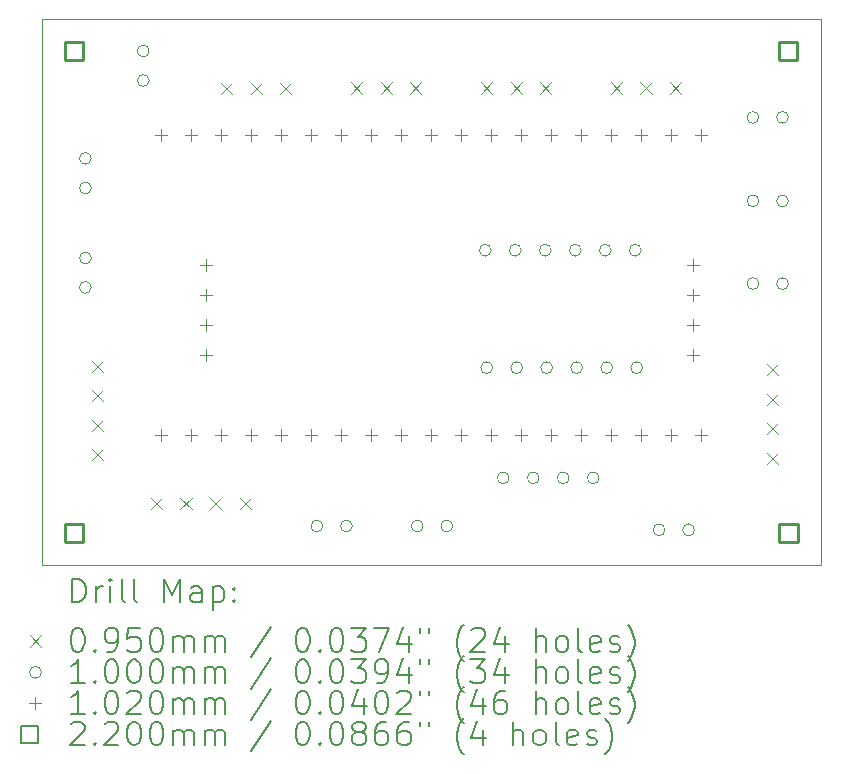
<source format=gbr>
%TF.GenerationSoftware,KiCad,Pcbnew,8.0.4*%
%TF.CreationDate,2024-08-29T12:49:35+07:00*%
%TF.ProjectId,ESP32,45535033-322e-46b6-9963-61645f706362,rev?*%
%TF.SameCoordinates,Original*%
%TF.FileFunction,Drillmap*%
%TF.FilePolarity,Positive*%
%FSLAX45Y45*%
G04 Gerber Fmt 4.5, Leading zero omitted, Abs format (unit mm)*
G04 Created by KiCad (PCBNEW 8.0.4) date 2024-08-29 12:49:35*
%MOMM*%
%LPD*%
G01*
G04 APERTURE LIST*
%ADD10C,0.050000*%
%ADD11C,0.200000*%
%ADD12C,0.100000*%
%ADD13C,0.102000*%
%ADD14C,0.220000*%
G04 APERTURE END LIST*
D10*
X3430000Y-6161250D02*
X10025000Y-6161250D01*
X10025000Y-10788750D01*
X3430000Y-10788750D01*
X3430000Y-6161250D01*
D11*
D12*
X3853250Y-9057500D02*
X3948250Y-9152500D01*
X3948250Y-9057500D02*
X3853250Y-9152500D01*
X3853250Y-9307500D02*
X3948250Y-9402500D01*
X3948250Y-9307500D02*
X3853250Y-9402500D01*
X3853250Y-9557500D02*
X3948250Y-9652500D01*
X3948250Y-9557500D02*
X3853250Y-9652500D01*
X3853250Y-9807500D02*
X3948250Y-9902500D01*
X3948250Y-9807500D02*
X3853250Y-9902500D01*
X4355000Y-10216750D02*
X4450000Y-10311750D01*
X4450000Y-10216750D02*
X4355000Y-10311750D01*
X4605000Y-10216750D02*
X4700000Y-10311750D01*
X4700000Y-10216750D02*
X4605000Y-10311750D01*
X4855000Y-10216750D02*
X4950000Y-10311750D01*
X4950000Y-10216750D02*
X4855000Y-10311750D01*
X4950000Y-6703250D02*
X5045000Y-6798250D01*
X5045000Y-6703250D02*
X4950000Y-6798250D01*
X5105000Y-10216750D02*
X5200000Y-10311750D01*
X5200000Y-10216750D02*
X5105000Y-10311750D01*
X5200000Y-6703250D02*
X5295000Y-6798250D01*
X5295000Y-6703250D02*
X5200000Y-6798250D01*
X5450000Y-6703250D02*
X5545000Y-6798250D01*
X5545000Y-6703250D02*
X5450000Y-6798250D01*
X6050000Y-6700750D02*
X6145000Y-6795750D01*
X6145000Y-6700750D02*
X6050000Y-6795750D01*
X6300000Y-6700750D02*
X6395000Y-6795750D01*
X6395000Y-6700750D02*
X6300000Y-6795750D01*
X6550000Y-6700750D02*
X6645000Y-6795750D01*
X6645000Y-6700750D02*
X6550000Y-6795750D01*
X7150000Y-6700750D02*
X7245000Y-6795750D01*
X7245000Y-6700750D02*
X7150000Y-6795750D01*
X7400000Y-6700750D02*
X7495000Y-6795750D01*
X7495000Y-6700750D02*
X7400000Y-6795750D01*
X7650000Y-6700750D02*
X7745000Y-6795750D01*
X7745000Y-6700750D02*
X7650000Y-6795750D01*
X8250000Y-6700750D02*
X8345000Y-6795750D01*
X8345000Y-6700750D02*
X8250000Y-6795750D01*
X8500000Y-6700750D02*
X8595000Y-6795750D01*
X8595000Y-6700750D02*
X8500000Y-6795750D01*
X8750000Y-6700750D02*
X8845000Y-6795750D01*
X8845000Y-6700750D02*
X8750000Y-6795750D01*
X9572500Y-9087500D02*
X9667500Y-9182500D01*
X9667500Y-9087500D02*
X9572500Y-9182500D01*
X9572500Y-9337500D02*
X9667500Y-9432500D01*
X9667500Y-9337500D02*
X9572500Y-9432500D01*
X9572500Y-9587500D02*
X9667500Y-9682500D01*
X9667500Y-9587500D02*
X9572500Y-9682500D01*
X9572500Y-9837500D02*
X9667500Y-9932500D01*
X9667500Y-9837500D02*
X9572500Y-9932500D01*
X3850000Y-7345000D02*
G75*
G02*
X3750000Y-7345000I-50000J0D01*
G01*
X3750000Y-7345000D02*
G75*
G02*
X3850000Y-7345000I50000J0D01*
G01*
X3850000Y-7595000D02*
G75*
G02*
X3750000Y-7595000I-50000J0D01*
G01*
X3750000Y-7595000D02*
G75*
G02*
X3850000Y-7595000I50000J0D01*
G01*
X3850000Y-8187500D02*
G75*
G02*
X3750000Y-8187500I-50000J0D01*
G01*
X3750000Y-8187500D02*
G75*
G02*
X3850000Y-8187500I50000J0D01*
G01*
X3850000Y-8437500D02*
G75*
G02*
X3750000Y-8437500I-50000J0D01*
G01*
X3750000Y-8437500D02*
G75*
G02*
X3850000Y-8437500I50000J0D01*
G01*
X4340000Y-6435750D02*
G75*
G02*
X4240000Y-6435750I-50000J0D01*
G01*
X4240000Y-6435750D02*
G75*
G02*
X4340000Y-6435750I50000J0D01*
G01*
X4340000Y-6685750D02*
G75*
G02*
X4240000Y-6685750I-50000J0D01*
G01*
X4240000Y-6685750D02*
G75*
G02*
X4340000Y-6685750I50000J0D01*
G01*
X5810000Y-10457500D02*
G75*
G02*
X5710000Y-10457500I-50000J0D01*
G01*
X5710000Y-10457500D02*
G75*
G02*
X5810000Y-10457500I50000J0D01*
G01*
X6060000Y-10457500D02*
G75*
G02*
X5960000Y-10457500I-50000J0D01*
G01*
X5960000Y-10457500D02*
G75*
G02*
X6060000Y-10457500I50000J0D01*
G01*
X6660000Y-10457500D02*
G75*
G02*
X6560000Y-10457500I-50000J0D01*
G01*
X6560000Y-10457500D02*
G75*
G02*
X6660000Y-10457500I50000J0D01*
G01*
X6910000Y-10457500D02*
G75*
G02*
X6810000Y-10457500I-50000J0D01*
G01*
X6810000Y-10457500D02*
G75*
G02*
X6910000Y-10457500I50000J0D01*
G01*
X7235500Y-8122500D02*
G75*
G02*
X7135500Y-8122500I-50000J0D01*
G01*
X7135500Y-8122500D02*
G75*
G02*
X7235500Y-8122500I50000J0D01*
G01*
X7247500Y-9117500D02*
G75*
G02*
X7147500Y-9117500I-50000J0D01*
G01*
X7147500Y-9117500D02*
G75*
G02*
X7247500Y-9117500I50000J0D01*
G01*
X7388000Y-10050000D02*
G75*
G02*
X7288000Y-10050000I-50000J0D01*
G01*
X7288000Y-10050000D02*
G75*
G02*
X7388000Y-10050000I50000J0D01*
G01*
X7489500Y-8122500D02*
G75*
G02*
X7389500Y-8122500I-50000J0D01*
G01*
X7389500Y-8122500D02*
G75*
G02*
X7489500Y-8122500I50000J0D01*
G01*
X7501500Y-9117500D02*
G75*
G02*
X7401500Y-9117500I-50000J0D01*
G01*
X7401500Y-9117500D02*
G75*
G02*
X7501500Y-9117500I50000J0D01*
G01*
X7642000Y-10050000D02*
G75*
G02*
X7542000Y-10050000I-50000J0D01*
G01*
X7542000Y-10050000D02*
G75*
G02*
X7642000Y-10050000I50000J0D01*
G01*
X7743500Y-8122500D02*
G75*
G02*
X7643500Y-8122500I-50000J0D01*
G01*
X7643500Y-8122500D02*
G75*
G02*
X7743500Y-8122500I50000J0D01*
G01*
X7755500Y-9117500D02*
G75*
G02*
X7655500Y-9117500I-50000J0D01*
G01*
X7655500Y-9117500D02*
G75*
G02*
X7755500Y-9117500I50000J0D01*
G01*
X7896000Y-10050000D02*
G75*
G02*
X7796000Y-10050000I-50000J0D01*
G01*
X7796000Y-10050000D02*
G75*
G02*
X7896000Y-10050000I50000J0D01*
G01*
X7997500Y-8122500D02*
G75*
G02*
X7897500Y-8122500I-50000J0D01*
G01*
X7897500Y-8122500D02*
G75*
G02*
X7997500Y-8122500I50000J0D01*
G01*
X8009500Y-9117500D02*
G75*
G02*
X7909500Y-9117500I-50000J0D01*
G01*
X7909500Y-9117500D02*
G75*
G02*
X8009500Y-9117500I50000J0D01*
G01*
X8150000Y-10050000D02*
G75*
G02*
X8050000Y-10050000I-50000J0D01*
G01*
X8050000Y-10050000D02*
G75*
G02*
X8150000Y-10050000I50000J0D01*
G01*
X8251500Y-8122500D02*
G75*
G02*
X8151500Y-8122500I-50000J0D01*
G01*
X8151500Y-8122500D02*
G75*
G02*
X8251500Y-8122500I50000J0D01*
G01*
X8263500Y-9117500D02*
G75*
G02*
X8163500Y-9117500I-50000J0D01*
G01*
X8163500Y-9117500D02*
G75*
G02*
X8263500Y-9117500I50000J0D01*
G01*
X8505500Y-8122500D02*
G75*
G02*
X8405500Y-8122500I-50000J0D01*
G01*
X8405500Y-8122500D02*
G75*
G02*
X8505500Y-8122500I50000J0D01*
G01*
X8517500Y-9117500D02*
G75*
G02*
X8417500Y-9117500I-50000J0D01*
G01*
X8417500Y-9117500D02*
G75*
G02*
X8517500Y-9117500I50000J0D01*
G01*
X8707500Y-10490000D02*
G75*
G02*
X8607500Y-10490000I-50000J0D01*
G01*
X8607500Y-10490000D02*
G75*
G02*
X8707500Y-10490000I50000J0D01*
G01*
X8957500Y-10490000D02*
G75*
G02*
X8857500Y-10490000I-50000J0D01*
G01*
X8857500Y-10490000D02*
G75*
G02*
X8957500Y-10490000I50000J0D01*
G01*
X9502500Y-6997500D02*
G75*
G02*
X9402500Y-6997500I-50000J0D01*
G01*
X9402500Y-6997500D02*
G75*
G02*
X9502500Y-6997500I50000J0D01*
G01*
X9502500Y-7705000D02*
G75*
G02*
X9402500Y-7705000I-50000J0D01*
G01*
X9402500Y-7705000D02*
G75*
G02*
X9502500Y-7705000I50000J0D01*
G01*
X9502500Y-8405000D02*
G75*
G02*
X9402500Y-8405000I-50000J0D01*
G01*
X9402500Y-8405000D02*
G75*
G02*
X9502500Y-8405000I50000J0D01*
G01*
X9752500Y-6997500D02*
G75*
G02*
X9652500Y-6997500I-50000J0D01*
G01*
X9652500Y-6997500D02*
G75*
G02*
X9752500Y-6997500I50000J0D01*
G01*
X9752500Y-7705000D02*
G75*
G02*
X9652500Y-7705000I-50000J0D01*
G01*
X9652500Y-7705000D02*
G75*
G02*
X9752500Y-7705000I50000J0D01*
G01*
X9752500Y-8405000D02*
G75*
G02*
X9652500Y-8405000I-50000J0D01*
G01*
X9652500Y-8405000D02*
G75*
G02*
X9752500Y-8405000I50000J0D01*
G01*
D13*
X4442000Y-7099500D02*
X4442000Y-7201500D01*
X4391000Y-7150500D02*
X4493000Y-7150500D01*
X4442000Y-9639500D02*
X4442000Y-9741500D01*
X4391000Y-9690500D02*
X4493000Y-9690500D01*
X4696000Y-7099500D02*
X4696000Y-7201500D01*
X4645000Y-7150500D02*
X4747000Y-7150500D01*
X4696000Y-9639500D02*
X4696000Y-9741500D01*
X4645000Y-9690500D02*
X4747000Y-9690500D01*
X4820350Y-8198000D02*
X4820350Y-8300000D01*
X4769350Y-8249000D02*
X4871350Y-8249000D01*
X4820350Y-8452000D02*
X4820350Y-8554000D01*
X4769350Y-8503000D02*
X4871350Y-8503000D01*
X4820350Y-8706000D02*
X4820350Y-8808000D01*
X4769350Y-8757000D02*
X4871350Y-8757000D01*
X4820350Y-8960000D02*
X4820350Y-9062000D01*
X4769350Y-9011000D02*
X4871350Y-9011000D01*
X4950000Y-7099500D02*
X4950000Y-7201500D01*
X4899000Y-7150500D02*
X5001000Y-7150500D01*
X4950000Y-9639500D02*
X4950000Y-9741500D01*
X4899000Y-9690500D02*
X5001000Y-9690500D01*
X5204000Y-7099500D02*
X5204000Y-7201500D01*
X5153000Y-7150500D02*
X5255000Y-7150500D01*
X5204000Y-9639500D02*
X5204000Y-9741500D01*
X5153000Y-9690500D02*
X5255000Y-9690500D01*
X5458000Y-7099500D02*
X5458000Y-7201500D01*
X5407000Y-7150500D02*
X5509000Y-7150500D01*
X5458000Y-9639500D02*
X5458000Y-9741500D01*
X5407000Y-9690500D02*
X5509000Y-9690500D01*
X5712000Y-7099500D02*
X5712000Y-7201500D01*
X5661000Y-7150500D02*
X5763000Y-7150500D01*
X5712000Y-9639500D02*
X5712000Y-9741500D01*
X5661000Y-9690500D02*
X5763000Y-9690500D01*
X5966000Y-7099500D02*
X5966000Y-7201500D01*
X5915000Y-7150500D02*
X6017000Y-7150500D01*
X5966000Y-9639500D02*
X5966000Y-9741500D01*
X5915000Y-9690500D02*
X6017000Y-9690500D01*
X6220000Y-7099500D02*
X6220000Y-7201500D01*
X6169000Y-7150500D02*
X6271000Y-7150500D01*
X6220000Y-9639500D02*
X6220000Y-9741500D01*
X6169000Y-9690500D02*
X6271000Y-9690500D01*
X6474000Y-7099500D02*
X6474000Y-7201500D01*
X6423000Y-7150500D02*
X6525000Y-7150500D01*
X6474000Y-9639500D02*
X6474000Y-9741500D01*
X6423000Y-9690500D02*
X6525000Y-9690500D01*
X6728000Y-7099500D02*
X6728000Y-7201500D01*
X6677000Y-7150500D02*
X6779000Y-7150500D01*
X6728000Y-9639500D02*
X6728000Y-9741500D01*
X6677000Y-9690500D02*
X6779000Y-9690500D01*
X6982000Y-7099500D02*
X6982000Y-7201500D01*
X6931000Y-7150500D02*
X7033000Y-7150500D01*
X6982000Y-9639500D02*
X6982000Y-9741500D01*
X6931000Y-9690500D02*
X7033000Y-9690500D01*
X7236000Y-7099500D02*
X7236000Y-7201500D01*
X7185000Y-7150500D02*
X7287000Y-7150500D01*
X7236000Y-9639500D02*
X7236000Y-9741500D01*
X7185000Y-9690500D02*
X7287000Y-9690500D01*
X7490000Y-7099500D02*
X7490000Y-7201500D01*
X7439000Y-7150500D02*
X7541000Y-7150500D01*
X7490000Y-9639500D02*
X7490000Y-9741500D01*
X7439000Y-9690500D02*
X7541000Y-9690500D01*
X7744000Y-7099500D02*
X7744000Y-7201500D01*
X7693000Y-7150500D02*
X7795000Y-7150500D01*
X7744000Y-9639500D02*
X7744000Y-9741500D01*
X7693000Y-9690500D02*
X7795000Y-9690500D01*
X7998000Y-7099500D02*
X7998000Y-7201500D01*
X7947000Y-7150500D02*
X8049000Y-7150500D01*
X7998000Y-9639500D02*
X7998000Y-9741500D01*
X7947000Y-9690500D02*
X8049000Y-9690500D01*
X8252000Y-7099500D02*
X8252000Y-7201500D01*
X8201000Y-7150500D02*
X8303000Y-7150500D01*
X8252000Y-9639500D02*
X8252000Y-9741500D01*
X8201000Y-9690500D02*
X8303000Y-9690500D01*
X8506000Y-7099500D02*
X8506000Y-7201500D01*
X8455000Y-7150500D02*
X8557000Y-7150500D01*
X8506000Y-9639500D02*
X8506000Y-9741500D01*
X8455000Y-9690500D02*
X8557000Y-9690500D01*
X8760000Y-7099500D02*
X8760000Y-7201500D01*
X8709000Y-7150500D02*
X8811000Y-7150500D01*
X8760000Y-9639500D02*
X8760000Y-9741500D01*
X8709000Y-9690500D02*
X8811000Y-9690500D01*
X8942350Y-8198000D02*
X8942350Y-8300000D01*
X8891350Y-8249000D02*
X8993350Y-8249000D01*
X8942350Y-8452000D02*
X8942350Y-8554000D01*
X8891350Y-8503000D02*
X8993350Y-8503000D01*
X8942350Y-8706000D02*
X8942350Y-8808000D01*
X8891350Y-8757000D02*
X8993350Y-8757000D01*
X8942350Y-8960000D02*
X8942350Y-9062000D01*
X8891350Y-9011000D02*
X8993350Y-9011000D01*
X9014000Y-7099500D02*
X9014000Y-7201500D01*
X8963000Y-7150500D02*
X9065000Y-7150500D01*
X9014000Y-9639500D02*
X9014000Y-9741500D01*
X8963000Y-9690500D02*
X9065000Y-9690500D01*
D14*
X3782782Y-6512782D02*
X3782782Y-6357217D01*
X3627217Y-6357217D01*
X3627217Y-6512782D01*
X3782782Y-6512782D01*
X3782782Y-10592783D02*
X3782782Y-10437218D01*
X3627217Y-10437218D01*
X3627217Y-10592783D01*
X3782782Y-10592783D01*
X9825283Y-6515282D02*
X9825283Y-6359717D01*
X9669718Y-6359717D01*
X9669718Y-6515282D01*
X9825283Y-6515282D01*
X9830283Y-10592783D02*
X9830283Y-10437218D01*
X9674718Y-10437218D01*
X9674718Y-10592783D01*
X9830283Y-10592783D01*
D11*
X3688277Y-11102734D02*
X3688277Y-10902734D01*
X3688277Y-10902734D02*
X3735896Y-10902734D01*
X3735896Y-10902734D02*
X3764467Y-10912258D01*
X3764467Y-10912258D02*
X3783515Y-10931305D01*
X3783515Y-10931305D02*
X3793039Y-10950353D01*
X3793039Y-10950353D02*
X3802562Y-10988448D01*
X3802562Y-10988448D02*
X3802562Y-11017020D01*
X3802562Y-11017020D02*
X3793039Y-11055115D01*
X3793039Y-11055115D02*
X3783515Y-11074162D01*
X3783515Y-11074162D02*
X3764467Y-11093210D01*
X3764467Y-11093210D02*
X3735896Y-11102734D01*
X3735896Y-11102734D02*
X3688277Y-11102734D01*
X3888277Y-11102734D02*
X3888277Y-10969400D01*
X3888277Y-11007496D02*
X3897801Y-10988448D01*
X3897801Y-10988448D02*
X3907324Y-10978924D01*
X3907324Y-10978924D02*
X3926372Y-10969400D01*
X3926372Y-10969400D02*
X3945420Y-10969400D01*
X4012086Y-11102734D02*
X4012086Y-10969400D01*
X4012086Y-10902734D02*
X4002562Y-10912258D01*
X4002562Y-10912258D02*
X4012086Y-10921781D01*
X4012086Y-10921781D02*
X4021610Y-10912258D01*
X4021610Y-10912258D02*
X4012086Y-10902734D01*
X4012086Y-10902734D02*
X4012086Y-10921781D01*
X4135896Y-11102734D02*
X4116848Y-11093210D01*
X4116848Y-11093210D02*
X4107324Y-11074162D01*
X4107324Y-11074162D02*
X4107324Y-10902734D01*
X4240658Y-11102734D02*
X4221610Y-11093210D01*
X4221610Y-11093210D02*
X4212086Y-11074162D01*
X4212086Y-11074162D02*
X4212086Y-10902734D01*
X4469229Y-11102734D02*
X4469229Y-10902734D01*
X4469229Y-10902734D02*
X4535896Y-11045591D01*
X4535896Y-11045591D02*
X4602563Y-10902734D01*
X4602563Y-10902734D02*
X4602563Y-11102734D01*
X4783515Y-11102734D02*
X4783515Y-10997972D01*
X4783515Y-10997972D02*
X4773991Y-10978924D01*
X4773991Y-10978924D02*
X4754944Y-10969400D01*
X4754944Y-10969400D02*
X4716848Y-10969400D01*
X4716848Y-10969400D02*
X4697801Y-10978924D01*
X4783515Y-11093210D02*
X4764467Y-11102734D01*
X4764467Y-11102734D02*
X4716848Y-11102734D01*
X4716848Y-11102734D02*
X4697801Y-11093210D01*
X4697801Y-11093210D02*
X4688277Y-11074162D01*
X4688277Y-11074162D02*
X4688277Y-11055115D01*
X4688277Y-11055115D02*
X4697801Y-11036067D01*
X4697801Y-11036067D02*
X4716848Y-11026543D01*
X4716848Y-11026543D02*
X4764467Y-11026543D01*
X4764467Y-11026543D02*
X4783515Y-11017020D01*
X4878753Y-10969400D02*
X4878753Y-11169400D01*
X4878753Y-10978924D02*
X4897801Y-10969400D01*
X4897801Y-10969400D02*
X4935896Y-10969400D01*
X4935896Y-10969400D02*
X4954944Y-10978924D01*
X4954944Y-10978924D02*
X4964467Y-10988448D01*
X4964467Y-10988448D02*
X4973991Y-11007496D01*
X4973991Y-11007496D02*
X4973991Y-11064639D01*
X4973991Y-11064639D02*
X4964467Y-11083686D01*
X4964467Y-11083686D02*
X4954944Y-11093210D01*
X4954944Y-11093210D02*
X4935896Y-11102734D01*
X4935896Y-11102734D02*
X4897801Y-11102734D01*
X4897801Y-11102734D02*
X4878753Y-11093210D01*
X5059705Y-11083686D02*
X5069229Y-11093210D01*
X5069229Y-11093210D02*
X5059705Y-11102734D01*
X5059705Y-11102734D02*
X5050182Y-11093210D01*
X5050182Y-11093210D02*
X5059705Y-11083686D01*
X5059705Y-11083686D02*
X5059705Y-11102734D01*
X5059705Y-10978924D02*
X5069229Y-10988448D01*
X5069229Y-10988448D02*
X5059705Y-10997972D01*
X5059705Y-10997972D02*
X5050182Y-10988448D01*
X5050182Y-10988448D02*
X5059705Y-10978924D01*
X5059705Y-10978924D02*
X5059705Y-10997972D01*
D12*
X3332500Y-11383750D02*
X3427500Y-11478750D01*
X3427500Y-11383750D02*
X3332500Y-11478750D01*
D11*
X3726372Y-11322734D02*
X3745420Y-11322734D01*
X3745420Y-11322734D02*
X3764467Y-11332258D01*
X3764467Y-11332258D02*
X3773991Y-11341781D01*
X3773991Y-11341781D02*
X3783515Y-11360829D01*
X3783515Y-11360829D02*
X3793039Y-11398924D01*
X3793039Y-11398924D02*
X3793039Y-11446543D01*
X3793039Y-11446543D02*
X3783515Y-11484638D01*
X3783515Y-11484638D02*
X3773991Y-11503686D01*
X3773991Y-11503686D02*
X3764467Y-11513210D01*
X3764467Y-11513210D02*
X3745420Y-11522734D01*
X3745420Y-11522734D02*
X3726372Y-11522734D01*
X3726372Y-11522734D02*
X3707324Y-11513210D01*
X3707324Y-11513210D02*
X3697801Y-11503686D01*
X3697801Y-11503686D02*
X3688277Y-11484638D01*
X3688277Y-11484638D02*
X3678753Y-11446543D01*
X3678753Y-11446543D02*
X3678753Y-11398924D01*
X3678753Y-11398924D02*
X3688277Y-11360829D01*
X3688277Y-11360829D02*
X3697801Y-11341781D01*
X3697801Y-11341781D02*
X3707324Y-11332258D01*
X3707324Y-11332258D02*
X3726372Y-11322734D01*
X3878753Y-11503686D02*
X3888277Y-11513210D01*
X3888277Y-11513210D02*
X3878753Y-11522734D01*
X3878753Y-11522734D02*
X3869229Y-11513210D01*
X3869229Y-11513210D02*
X3878753Y-11503686D01*
X3878753Y-11503686D02*
X3878753Y-11522734D01*
X3983515Y-11522734D02*
X4021610Y-11522734D01*
X4021610Y-11522734D02*
X4040658Y-11513210D01*
X4040658Y-11513210D02*
X4050182Y-11503686D01*
X4050182Y-11503686D02*
X4069229Y-11475115D01*
X4069229Y-11475115D02*
X4078753Y-11437019D01*
X4078753Y-11437019D02*
X4078753Y-11360829D01*
X4078753Y-11360829D02*
X4069229Y-11341781D01*
X4069229Y-11341781D02*
X4059705Y-11332258D01*
X4059705Y-11332258D02*
X4040658Y-11322734D01*
X4040658Y-11322734D02*
X4002562Y-11322734D01*
X4002562Y-11322734D02*
X3983515Y-11332258D01*
X3983515Y-11332258D02*
X3973991Y-11341781D01*
X3973991Y-11341781D02*
X3964467Y-11360829D01*
X3964467Y-11360829D02*
X3964467Y-11408448D01*
X3964467Y-11408448D02*
X3973991Y-11427496D01*
X3973991Y-11427496D02*
X3983515Y-11437019D01*
X3983515Y-11437019D02*
X4002562Y-11446543D01*
X4002562Y-11446543D02*
X4040658Y-11446543D01*
X4040658Y-11446543D02*
X4059705Y-11437019D01*
X4059705Y-11437019D02*
X4069229Y-11427496D01*
X4069229Y-11427496D02*
X4078753Y-11408448D01*
X4259705Y-11322734D02*
X4164467Y-11322734D01*
X4164467Y-11322734D02*
X4154943Y-11417972D01*
X4154943Y-11417972D02*
X4164467Y-11408448D01*
X4164467Y-11408448D02*
X4183515Y-11398924D01*
X4183515Y-11398924D02*
X4231134Y-11398924D01*
X4231134Y-11398924D02*
X4250182Y-11408448D01*
X4250182Y-11408448D02*
X4259705Y-11417972D01*
X4259705Y-11417972D02*
X4269229Y-11437019D01*
X4269229Y-11437019D02*
X4269229Y-11484638D01*
X4269229Y-11484638D02*
X4259705Y-11503686D01*
X4259705Y-11503686D02*
X4250182Y-11513210D01*
X4250182Y-11513210D02*
X4231134Y-11522734D01*
X4231134Y-11522734D02*
X4183515Y-11522734D01*
X4183515Y-11522734D02*
X4164467Y-11513210D01*
X4164467Y-11513210D02*
X4154943Y-11503686D01*
X4393039Y-11322734D02*
X4412086Y-11322734D01*
X4412086Y-11322734D02*
X4431134Y-11332258D01*
X4431134Y-11332258D02*
X4440658Y-11341781D01*
X4440658Y-11341781D02*
X4450182Y-11360829D01*
X4450182Y-11360829D02*
X4459705Y-11398924D01*
X4459705Y-11398924D02*
X4459705Y-11446543D01*
X4459705Y-11446543D02*
X4450182Y-11484638D01*
X4450182Y-11484638D02*
X4440658Y-11503686D01*
X4440658Y-11503686D02*
X4431134Y-11513210D01*
X4431134Y-11513210D02*
X4412086Y-11522734D01*
X4412086Y-11522734D02*
X4393039Y-11522734D01*
X4393039Y-11522734D02*
X4373991Y-11513210D01*
X4373991Y-11513210D02*
X4364467Y-11503686D01*
X4364467Y-11503686D02*
X4354944Y-11484638D01*
X4354944Y-11484638D02*
X4345420Y-11446543D01*
X4345420Y-11446543D02*
X4345420Y-11398924D01*
X4345420Y-11398924D02*
X4354944Y-11360829D01*
X4354944Y-11360829D02*
X4364467Y-11341781D01*
X4364467Y-11341781D02*
X4373991Y-11332258D01*
X4373991Y-11332258D02*
X4393039Y-11322734D01*
X4545420Y-11522734D02*
X4545420Y-11389400D01*
X4545420Y-11408448D02*
X4554944Y-11398924D01*
X4554944Y-11398924D02*
X4573991Y-11389400D01*
X4573991Y-11389400D02*
X4602563Y-11389400D01*
X4602563Y-11389400D02*
X4621610Y-11398924D01*
X4621610Y-11398924D02*
X4631134Y-11417972D01*
X4631134Y-11417972D02*
X4631134Y-11522734D01*
X4631134Y-11417972D02*
X4640658Y-11398924D01*
X4640658Y-11398924D02*
X4659705Y-11389400D01*
X4659705Y-11389400D02*
X4688277Y-11389400D01*
X4688277Y-11389400D02*
X4707325Y-11398924D01*
X4707325Y-11398924D02*
X4716848Y-11417972D01*
X4716848Y-11417972D02*
X4716848Y-11522734D01*
X4812086Y-11522734D02*
X4812086Y-11389400D01*
X4812086Y-11408448D02*
X4821610Y-11398924D01*
X4821610Y-11398924D02*
X4840658Y-11389400D01*
X4840658Y-11389400D02*
X4869229Y-11389400D01*
X4869229Y-11389400D02*
X4888277Y-11398924D01*
X4888277Y-11398924D02*
X4897801Y-11417972D01*
X4897801Y-11417972D02*
X4897801Y-11522734D01*
X4897801Y-11417972D02*
X4907325Y-11398924D01*
X4907325Y-11398924D02*
X4926372Y-11389400D01*
X4926372Y-11389400D02*
X4954944Y-11389400D01*
X4954944Y-11389400D02*
X4973991Y-11398924D01*
X4973991Y-11398924D02*
X4983515Y-11417972D01*
X4983515Y-11417972D02*
X4983515Y-11522734D01*
X5373991Y-11313210D02*
X5202563Y-11570353D01*
X5631134Y-11322734D02*
X5650182Y-11322734D01*
X5650182Y-11322734D02*
X5669229Y-11332258D01*
X5669229Y-11332258D02*
X5678753Y-11341781D01*
X5678753Y-11341781D02*
X5688277Y-11360829D01*
X5688277Y-11360829D02*
X5697801Y-11398924D01*
X5697801Y-11398924D02*
X5697801Y-11446543D01*
X5697801Y-11446543D02*
X5688277Y-11484638D01*
X5688277Y-11484638D02*
X5678753Y-11503686D01*
X5678753Y-11503686D02*
X5669229Y-11513210D01*
X5669229Y-11513210D02*
X5650182Y-11522734D01*
X5650182Y-11522734D02*
X5631134Y-11522734D01*
X5631134Y-11522734D02*
X5612086Y-11513210D01*
X5612086Y-11513210D02*
X5602563Y-11503686D01*
X5602563Y-11503686D02*
X5593039Y-11484638D01*
X5593039Y-11484638D02*
X5583515Y-11446543D01*
X5583515Y-11446543D02*
X5583515Y-11398924D01*
X5583515Y-11398924D02*
X5593039Y-11360829D01*
X5593039Y-11360829D02*
X5602563Y-11341781D01*
X5602563Y-11341781D02*
X5612086Y-11332258D01*
X5612086Y-11332258D02*
X5631134Y-11322734D01*
X5783515Y-11503686D02*
X5793039Y-11513210D01*
X5793039Y-11513210D02*
X5783515Y-11522734D01*
X5783515Y-11522734D02*
X5773991Y-11513210D01*
X5773991Y-11513210D02*
X5783515Y-11503686D01*
X5783515Y-11503686D02*
X5783515Y-11522734D01*
X5916848Y-11322734D02*
X5935896Y-11322734D01*
X5935896Y-11322734D02*
X5954944Y-11332258D01*
X5954944Y-11332258D02*
X5964467Y-11341781D01*
X5964467Y-11341781D02*
X5973991Y-11360829D01*
X5973991Y-11360829D02*
X5983515Y-11398924D01*
X5983515Y-11398924D02*
X5983515Y-11446543D01*
X5983515Y-11446543D02*
X5973991Y-11484638D01*
X5973991Y-11484638D02*
X5964467Y-11503686D01*
X5964467Y-11503686D02*
X5954944Y-11513210D01*
X5954944Y-11513210D02*
X5935896Y-11522734D01*
X5935896Y-11522734D02*
X5916848Y-11522734D01*
X5916848Y-11522734D02*
X5897801Y-11513210D01*
X5897801Y-11513210D02*
X5888277Y-11503686D01*
X5888277Y-11503686D02*
X5878753Y-11484638D01*
X5878753Y-11484638D02*
X5869229Y-11446543D01*
X5869229Y-11446543D02*
X5869229Y-11398924D01*
X5869229Y-11398924D02*
X5878753Y-11360829D01*
X5878753Y-11360829D02*
X5888277Y-11341781D01*
X5888277Y-11341781D02*
X5897801Y-11332258D01*
X5897801Y-11332258D02*
X5916848Y-11322734D01*
X6050182Y-11322734D02*
X6173991Y-11322734D01*
X6173991Y-11322734D02*
X6107325Y-11398924D01*
X6107325Y-11398924D02*
X6135896Y-11398924D01*
X6135896Y-11398924D02*
X6154944Y-11408448D01*
X6154944Y-11408448D02*
X6164467Y-11417972D01*
X6164467Y-11417972D02*
X6173991Y-11437019D01*
X6173991Y-11437019D02*
X6173991Y-11484638D01*
X6173991Y-11484638D02*
X6164467Y-11503686D01*
X6164467Y-11503686D02*
X6154944Y-11513210D01*
X6154944Y-11513210D02*
X6135896Y-11522734D01*
X6135896Y-11522734D02*
X6078753Y-11522734D01*
X6078753Y-11522734D02*
X6059706Y-11513210D01*
X6059706Y-11513210D02*
X6050182Y-11503686D01*
X6240658Y-11322734D02*
X6373991Y-11322734D01*
X6373991Y-11322734D02*
X6288277Y-11522734D01*
X6535896Y-11389400D02*
X6535896Y-11522734D01*
X6488277Y-11313210D02*
X6440658Y-11456067D01*
X6440658Y-11456067D02*
X6564467Y-11456067D01*
X6631134Y-11322734D02*
X6631134Y-11360829D01*
X6707325Y-11322734D02*
X6707325Y-11360829D01*
X7002563Y-11598924D02*
X6993039Y-11589400D01*
X6993039Y-11589400D02*
X6973991Y-11560829D01*
X6973991Y-11560829D02*
X6964468Y-11541781D01*
X6964468Y-11541781D02*
X6954944Y-11513210D01*
X6954944Y-11513210D02*
X6945420Y-11465591D01*
X6945420Y-11465591D02*
X6945420Y-11427496D01*
X6945420Y-11427496D02*
X6954944Y-11379877D01*
X6954944Y-11379877D02*
X6964468Y-11351305D01*
X6964468Y-11351305D02*
X6973991Y-11332258D01*
X6973991Y-11332258D02*
X6993039Y-11303686D01*
X6993039Y-11303686D02*
X7002563Y-11294162D01*
X7069229Y-11341781D02*
X7078753Y-11332258D01*
X7078753Y-11332258D02*
X7097801Y-11322734D01*
X7097801Y-11322734D02*
X7145420Y-11322734D01*
X7145420Y-11322734D02*
X7164468Y-11332258D01*
X7164468Y-11332258D02*
X7173991Y-11341781D01*
X7173991Y-11341781D02*
X7183515Y-11360829D01*
X7183515Y-11360829D02*
X7183515Y-11379877D01*
X7183515Y-11379877D02*
X7173991Y-11408448D01*
X7173991Y-11408448D02*
X7059706Y-11522734D01*
X7059706Y-11522734D02*
X7183515Y-11522734D01*
X7354944Y-11389400D02*
X7354944Y-11522734D01*
X7307325Y-11313210D02*
X7259706Y-11456067D01*
X7259706Y-11456067D02*
X7383515Y-11456067D01*
X7612087Y-11522734D02*
X7612087Y-11322734D01*
X7697801Y-11522734D02*
X7697801Y-11417972D01*
X7697801Y-11417972D02*
X7688277Y-11398924D01*
X7688277Y-11398924D02*
X7669230Y-11389400D01*
X7669230Y-11389400D02*
X7640658Y-11389400D01*
X7640658Y-11389400D02*
X7621610Y-11398924D01*
X7621610Y-11398924D02*
X7612087Y-11408448D01*
X7821610Y-11522734D02*
X7802563Y-11513210D01*
X7802563Y-11513210D02*
X7793039Y-11503686D01*
X7793039Y-11503686D02*
X7783515Y-11484638D01*
X7783515Y-11484638D02*
X7783515Y-11427496D01*
X7783515Y-11427496D02*
X7793039Y-11408448D01*
X7793039Y-11408448D02*
X7802563Y-11398924D01*
X7802563Y-11398924D02*
X7821610Y-11389400D01*
X7821610Y-11389400D02*
X7850182Y-11389400D01*
X7850182Y-11389400D02*
X7869230Y-11398924D01*
X7869230Y-11398924D02*
X7878753Y-11408448D01*
X7878753Y-11408448D02*
X7888277Y-11427496D01*
X7888277Y-11427496D02*
X7888277Y-11484638D01*
X7888277Y-11484638D02*
X7878753Y-11503686D01*
X7878753Y-11503686D02*
X7869230Y-11513210D01*
X7869230Y-11513210D02*
X7850182Y-11522734D01*
X7850182Y-11522734D02*
X7821610Y-11522734D01*
X8002563Y-11522734D02*
X7983515Y-11513210D01*
X7983515Y-11513210D02*
X7973991Y-11494162D01*
X7973991Y-11494162D02*
X7973991Y-11322734D01*
X8154944Y-11513210D02*
X8135896Y-11522734D01*
X8135896Y-11522734D02*
X8097801Y-11522734D01*
X8097801Y-11522734D02*
X8078753Y-11513210D01*
X8078753Y-11513210D02*
X8069230Y-11494162D01*
X8069230Y-11494162D02*
X8069230Y-11417972D01*
X8069230Y-11417972D02*
X8078753Y-11398924D01*
X8078753Y-11398924D02*
X8097801Y-11389400D01*
X8097801Y-11389400D02*
X8135896Y-11389400D01*
X8135896Y-11389400D02*
X8154944Y-11398924D01*
X8154944Y-11398924D02*
X8164468Y-11417972D01*
X8164468Y-11417972D02*
X8164468Y-11437019D01*
X8164468Y-11437019D02*
X8069230Y-11456067D01*
X8240658Y-11513210D02*
X8259706Y-11522734D01*
X8259706Y-11522734D02*
X8297801Y-11522734D01*
X8297801Y-11522734D02*
X8316849Y-11513210D01*
X8316849Y-11513210D02*
X8326372Y-11494162D01*
X8326372Y-11494162D02*
X8326372Y-11484638D01*
X8326372Y-11484638D02*
X8316849Y-11465591D01*
X8316849Y-11465591D02*
X8297801Y-11456067D01*
X8297801Y-11456067D02*
X8269230Y-11456067D01*
X8269230Y-11456067D02*
X8250182Y-11446543D01*
X8250182Y-11446543D02*
X8240658Y-11427496D01*
X8240658Y-11427496D02*
X8240658Y-11417972D01*
X8240658Y-11417972D02*
X8250182Y-11398924D01*
X8250182Y-11398924D02*
X8269230Y-11389400D01*
X8269230Y-11389400D02*
X8297801Y-11389400D01*
X8297801Y-11389400D02*
X8316849Y-11398924D01*
X8393039Y-11598924D02*
X8402563Y-11589400D01*
X8402563Y-11589400D02*
X8421611Y-11560829D01*
X8421611Y-11560829D02*
X8431134Y-11541781D01*
X8431134Y-11541781D02*
X8440658Y-11513210D01*
X8440658Y-11513210D02*
X8450182Y-11465591D01*
X8450182Y-11465591D02*
X8450182Y-11427496D01*
X8450182Y-11427496D02*
X8440658Y-11379877D01*
X8440658Y-11379877D02*
X8431134Y-11351305D01*
X8431134Y-11351305D02*
X8421611Y-11332258D01*
X8421611Y-11332258D02*
X8402563Y-11303686D01*
X8402563Y-11303686D02*
X8393039Y-11294162D01*
D12*
X3427500Y-11695250D02*
G75*
G02*
X3327500Y-11695250I-50000J0D01*
G01*
X3327500Y-11695250D02*
G75*
G02*
X3427500Y-11695250I50000J0D01*
G01*
D11*
X3793039Y-11786734D02*
X3678753Y-11786734D01*
X3735896Y-11786734D02*
X3735896Y-11586734D01*
X3735896Y-11586734D02*
X3716848Y-11615305D01*
X3716848Y-11615305D02*
X3697801Y-11634353D01*
X3697801Y-11634353D02*
X3678753Y-11643877D01*
X3878753Y-11767686D02*
X3888277Y-11777210D01*
X3888277Y-11777210D02*
X3878753Y-11786734D01*
X3878753Y-11786734D02*
X3869229Y-11777210D01*
X3869229Y-11777210D02*
X3878753Y-11767686D01*
X3878753Y-11767686D02*
X3878753Y-11786734D01*
X4012086Y-11586734D02*
X4031134Y-11586734D01*
X4031134Y-11586734D02*
X4050182Y-11596258D01*
X4050182Y-11596258D02*
X4059705Y-11605781D01*
X4059705Y-11605781D02*
X4069229Y-11624829D01*
X4069229Y-11624829D02*
X4078753Y-11662924D01*
X4078753Y-11662924D02*
X4078753Y-11710543D01*
X4078753Y-11710543D02*
X4069229Y-11748638D01*
X4069229Y-11748638D02*
X4059705Y-11767686D01*
X4059705Y-11767686D02*
X4050182Y-11777210D01*
X4050182Y-11777210D02*
X4031134Y-11786734D01*
X4031134Y-11786734D02*
X4012086Y-11786734D01*
X4012086Y-11786734D02*
X3993039Y-11777210D01*
X3993039Y-11777210D02*
X3983515Y-11767686D01*
X3983515Y-11767686D02*
X3973991Y-11748638D01*
X3973991Y-11748638D02*
X3964467Y-11710543D01*
X3964467Y-11710543D02*
X3964467Y-11662924D01*
X3964467Y-11662924D02*
X3973991Y-11624829D01*
X3973991Y-11624829D02*
X3983515Y-11605781D01*
X3983515Y-11605781D02*
X3993039Y-11596258D01*
X3993039Y-11596258D02*
X4012086Y-11586734D01*
X4202563Y-11586734D02*
X4221610Y-11586734D01*
X4221610Y-11586734D02*
X4240658Y-11596258D01*
X4240658Y-11596258D02*
X4250182Y-11605781D01*
X4250182Y-11605781D02*
X4259705Y-11624829D01*
X4259705Y-11624829D02*
X4269229Y-11662924D01*
X4269229Y-11662924D02*
X4269229Y-11710543D01*
X4269229Y-11710543D02*
X4259705Y-11748638D01*
X4259705Y-11748638D02*
X4250182Y-11767686D01*
X4250182Y-11767686D02*
X4240658Y-11777210D01*
X4240658Y-11777210D02*
X4221610Y-11786734D01*
X4221610Y-11786734D02*
X4202563Y-11786734D01*
X4202563Y-11786734D02*
X4183515Y-11777210D01*
X4183515Y-11777210D02*
X4173991Y-11767686D01*
X4173991Y-11767686D02*
X4164467Y-11748638D01*
X4164467Y-11748638D02*
X4154943Y-11710543D01*
X4154943Y-11710543D02*
X4154943Y-11662924D01*
X4154943Y-11662924D02*
X4164467Y-11624829D01*
X4164467Y-11624829D02*
X4173991Y-11605781D01*
X4173991Y-11605781D02*
X4183515Y-11596258D01*
X4183515Y-11596258D02*
X4202563Y-11586734D01*
X4393039Y-11586734D02*
X4412086Y-11586734D01*
X4412086Y-11586734D02*
X4431134Y-11596258D01*
X4431134Y-11596258D02*
X4440658Y-11605781D01*
X4440658Y-11605781D02*
X4450182Y-11624829D01*
X4450182Y-11624829D02*
X4459705Y-11662924D01*
X4459705Y-11662924D02*
X4459705Y-11710543D01*
X4459705Y-11710543D02*
X4450182Y-11748638D01*
X4450182Y-11748638D02*
X4440658Y-11767686D01*
X4440658Y-11767686D02*
X4431134Y-11777210D01*
X4431134Y-11777210D02*
X4412086Y-11786734D01*
X4412086Y-11786734D02*
X4393039Y-11786734D01*
X4393039Y-11786734D02*
X4373991Y-11777210D01*
X4373991Y-11777210D02*
X4364467Y-11767686D01*
X4364467Y-11767686D02*
X4354944Y-11748638D01*
X4354944Y-11748638D02*
X4345420Y-11710543D01*
X4345420Y-11710543D02*
X4345420Y-11662924D01*
X4345420Y-11662924D02*
X4354944Y-11624829D01*
X4354944Y-11624829D02*
X4364467Y-11605781D01*
X4364467Y-11605781D02*
X4373991Y-11596258D01*
X4373991Y-11596258D02*
X4393039Y-11586734D01*
X4545420Y-11786734D02*
X4545420Y-11653400D01*
X4545420Y-11672448D02*
X4554944Y-11662924D01*
X4554944Y-11662924D02*
X4573991Y-11653400D01*
X4573991Y-11653400D02*
X4602563Y-11653400D01*
X4602563Y-11653400D02*
X4621610Y-11662924D01*
X4621610Y-11662924D02*
X4631134Y-11681972D01*
X4631134Y-11681972D02*
X4631134Y-11786734D01*
X4631134Y-11681972D02*
X4640658Y-11662924D01*
X4640658Y-11662924D02*
X4659705Y-11653400D01*
X4659705Y-11653400D02*
X4688277Y-11653400D01*
X4688277Y-11653400D02*
X4707325Y-11662924D01*
X4707325Y-11662924D02*
X4716848Y-11681972D01*
X4716848Y-11681972D02*
X4716848Y-11786734D01*
X4812086Y-11786734D02*
X4812086Y-11653400D01*
X4812086Y-11672448D02*
X4821610Y-11662924D01*
X4821610Y-11662924D02*
X4840658Y-11653400D01*
X4840658Y-11653400D02*
X4869229Y-11653400D01*
X4869229Y-11653400D02*
X4888277Y-11662924D01*
X4888277Y-11662924D02*
X4897801Y-11681972D01*
X4897801Y-11681972D02*
X4897801Y-11786734D01*
X4897801Y-11681972D02*
X4907325Y-11662924D01*
X4907325Y-11662924D02*
X4926372Y-11653400D01*
X4926372Y-11653400D02*
X4954944Y-11653400D01*
X4954944Y-11653400D02*
X4973991Y-11662924D01*
X4973991Y-11662924D02*
X4983515Y-11681972D01*
X4983515Y-11681972D02*
X4983515Y-11786734D01*
X5373991Y-11577210D02*
X5202563Y-11834353D01*
X5631134Y-11586734D02*
X5650182Y-11586734D01*
X5650182Y-11586734D02*
X5669229Y-11596258D01*
X5669229Y-11596258D02*
X5678753Y-11605781D01*
X5678753Y-11605781D02*
X5688277Y-11624829D01*
X5688277Y-11624829D02*
X5697801Y-11662924D01*
X5697801Y-11662924D02*
X5697801Y-11710543D01*
X5697801Y-11710543D02*
X5688277Y-11748638D01*
X5688277Y-11748638D02*
X5678753Y-11767686D01*
X5678753Y-11767686D02*
X5669229Y-11777210D01*
X5669229Y-11777210D02*
X5650182Y-11786734D01*
X5650182Y-11786734D02*
X5631134Y-11786734D01*
X5631134Y-11786734D02*
X5612086Y-11777210D01*
X5612086Y-11777210D02*
X5602563Y-11767686D01*
X5602563Y-11767686D02*
X5593039Y-11748638D01*
X5593039Y-11748638D02*
X5583515Y-11710543D01*
X5583515Y-11710543D02*
X5583515Y-11662924D01*
X5583515Y-11662924D02*
X5593039Y-11624829D01*
X5593039Y-11624829D02*
X5602563Y-11605781D01*
X5602563Y-11605781D02*
X5612086Y-11596258D01*
X5612086Y-11596258D02*
X5631134Y-11586734D01*
X5783515Y-11767686D02*
X5793039Y-11777210D01*
X5793039Y-11777210D02*
X5783515Y-11786734D01*
X5783515Y-11786734D02*
X5773991Y-11777210D01*
X5773991Y-11777210D02*
X5783515Y-11767686D01*
X5783515Y-11767686D02*
X5783515Y-11786734D01*
X5916848Y-11586734D02*
X5935896Y-11586734D01*
X5935896Y-11586734D02*
X5954944Y-11596258D01*
X5954944Y-11596258D02*
X5964467Y-11605781D01*
X5964467Y-11605781D02*
X5973991Y-11624829D01*
X5973991Y-11624829D02*
X5983515Y-11662924D01*
X5983515Y-11662924D02*
X5983515Y-11710543D01*
X5983515Y-11710543D02*
X5973991Y-11748638D01*
X5973991Y-11748638D02*
X5964467Y-11767686D01*
X5964467Y-11767686D02*
X5954944Y-11777210D01*
X5954944Y-11777210D02*
X5935896Y-11786734D01*
X5935896Y-11786734D02*
X5916848Y-11786734D01*
X5916848Y-11786734D02*
X5897801Y-11777210D01*
X5897801Y-11777210D02*
X5888277Y-11767686D01*
X5888277Y-11767686D02*
X5878753Y-11748638D01*
X5878753Y-11748638D02*
X5869229Y-11710543D01*
X5869229Y-11710543D02*
X5869229Y-11662924D01*
X5869229Y-11662924D02*
X5878753Y-11624829D01*
X5878753Y-11624829D02*
X5888277Y-11605781D01*
X5888277Y-11605781D02*
X5897801Y-11596258D01*
X5897801Y-11596258D02*
X5916848Y-11586734D01*
X6050182Y-11586734D02*
X6173991Y-11586734D01*
X6173991Y-11586734D02*
X6107325Y-11662924D01*
X6107325Y-11662924D02*
X6135896Y-11662924D01*
X6135896Y-11662924D02*
X6154944Y-11672448D01*
X6154944Y-11672448D02*
X6164467Y-11681972D01*
X6164467Y-11681972D02*
X6173991Y-11701019D01*
X6173991Y-11701019D02*
X6173991Y-11748638D01*
X6173991Y-11748638D02*
X6164467Y-11767686D01*
X6164467Y-11767686D02*
X6154944Y-11777210D01*
X6154944Y-11777210D02*
X6135896Y-11786734D01*
X6135896Y-11786734D02*
X6078753Y-11786734D01*
X6078753Y-11786734D02*
X6059706Y-11777210D01*
X6059706Y-11777210D02*
X6050182Y-11767686D01*
X6269229Y-11786734D02*
X6307325Y-11786734D01*
X6307325Y-11786734D02*
X6326372Y-11777210D01*
X6326372Y-11777210D02*
X6335896Y-11767686D01*
X6335896Y-11767686D02*
X6354944Y-11739115D01*
X6354944Y-11739115D02*
X6364467Y-11701019D01*
X6364467Y-11701019D02*
X6364467Y-11624829D01*
X6364467Y-11624829D02*
X6354944Y-11605781D01*
X6354944Y-11605781D02*
X6345420Y-11596258D01*
X6345420Y-11596258D02*
X6326372Y-11586734D01*
X6326372Y-11586734D02*
X6288277Y-11586734D01*
X6288277Y-11586734D02*
X6269229Y-11596258D01*
X6269229Y-11596258D02*
X6259706Y-11605781D01*
X6259706Y-11605781D02*
X6250182Y-11624829D01*
X6250182Y-11624829D02*
X6250182Y-11672448D01*
X6250182Y-11672448D02*
X6259706Y-11691496D01*
X6259706Y-11691496D02*
X6269229Y-11701019D01*
X6269229Y-11701019D02*
X6288277Y-11710543D01*
X6288277Y-11710543D02*
X6326372Y-11710543D01*
X6326372Y-11710543D02*
X6345420Y-11701019D01*
X6345420Y-11701019D02*
X6354944Y-11691496D01*
X6354944Y-11691496D02*
X6364467Y-11672448D01*
X6535896Y-11653400D02*
X6535896Y-11786734D01*
X6488277Y-11577210D02*
X6440658Y-11720067D01*
X6440658Y-11720067D02*
X6564467Y-11720067D01*
X6631134Y-11586734D02*
X6631134Y-11624829D01*
X6707325Y-11586734D02*
X6707325Y-11624829D01*
X7002563Y-11862924D02*
X6993039Y-11853400D01*
X6993039Y-11853400D02*
X6973991Y-11824829D01*
X6973991Y-11824829D02*
X6964468Y-11805781D01*
X6964468Y-11805781D02*
X6954944Y-11777210D01*
X6954944Y-11777210D02*
X6945420Y-11729591D01*
X6945420Y-11729591D02*
X6945420Y-11691496D01*
X6945420Y-11691496D02*
X6954944Y-11643877D01*
X6954944Y-11643877D02*
X6964468Y-11615305D01*
X6964468Y-11615305D02*
X6973991Y-11596258D01*
X6973991Y-11596258D02*
X6993039Y-11567686D01*
X6993039Y-11567686D02*
X7002563Y-11558162D01*
X7059706Y-11586734D02*
X7183515Y-11586734D01*
X7183515Y-11586734D02*
X7116848Y-11662924D01*
X7116848Y-11662924D02*
X7145420Y-11662924D01*
X7145420Y-11662924D02*
X7164468Y-11672448D01*
X7164468Y-11672448D02*
X7173991Y-11681972D01*
X7173991Y-11681972D02*
X7183515Y-11701019D01*
X7183515Y-11701019D02*
X7183515Y-11748638D01*
X7183515Y-11748638D02*
X7173991Y-11767686D01*
X7173991Y-11767686D02*
X7164468Y-11777210D01*
X7164468Y-11777210D02*
X7145420Y-11786734D01*
X7145420Y-11786734D02*
X7088277Y-11786734D01*
X7088277Y-11786734D02*
X7069229Y-11777210D01*
X7069229Y-11777210D02*
X7059706Y-11767686D01*
X7354944Y-11653400D02*
X7354944Y-11786734D01*
X7307325Y-11577210D02*
X7259706Y-11720067D01*
X7259706Y-11720067D02*
X7383515Y-11720067D01*
X7612087Y-11786734D02*
X7612087Y-11586734D01*
X7697801Y-11786734D02*
X7697801Y-11681972D01*
X7697801Y-11681972D02*
X7688277Y-11662924D01*
X7688277Y-11662924D02*
X7669230Y-11653400D01*
X7669230Y-11653400D02*
X7640658Y-11653400D01*
X7640658Y-11653400D02*
X7621610Y-11662924D01*
X7621610Y-11662924D02*
X7612087Y-11672448D01*
X7821610Y-11786734D02*
X7802563Y-11777210D01*
X7802563Y-11777210D02*
X7793039Y-11767686D01*
X7793039Y-11767686D02*
X7783515Y-11748638D01*
X7783515Y-11748638D02*
X7783515Y-11691496D01*
X7783515Y-11691496D02*
X7793039Y-11672448D01*
X7793039Y-11672448D02*
X7802563Y-11662924D01*
X7802563Y-11662924D02*
X7821610Y-11653400D01*
X7821610Y-11653400D02*
X7850182Y-11653400D01*
X7850182Y-11653400D02*
X7869230Y-11662924D01*
X7869230Y-11662924D02*
X7878753Y-11672448D01*
X7878753Y-11672448D02*
X7888277Y-11691496D01*
X7888277Y-11691496D02*
X7888277Y-11748638D01*
X7888277Y-11748638D02*
X7878753Y-11767686D01*
X7878753Y-11767686D02*
X7869230Y-11777210D01*
X7869230Y-11777210D02*
X7850182Y-11786734D01*
X7850182Y-11786734D02*
X7821610Y-11786734D01*
X8002563Y-11786734D02*
X7983515Y-11777210D01*
X7983515Y-11777210D02*
X7973991Y-11758162D01*
X7973991Y-11758162D02*
X7973991Y-11586734D01*
X8154944Y-11777210D02*
X8135896Y-11786734D01*
X8135896Y-11786734D02*
X8097801Y-11786734D01*
X8097801Y-11786734D02*
X8078753Y-11777210D01*
X8078753Y-11777210D02*
X8069230Y-11758162D01*
X8069230Y-11758162D02*
X8069230Y-11681972D01*
X8069230Y-11681972D02*
X8078753Y-11662924D01*
X8078753Y-11662924D02*
X8097801Y-11653400D01*
X8097801Y-11653400D02*
X8135896Y-11653400D01*
X8135896Y-11653400D02*
X8154944Y-11662924D01*
X8154944Y-11662924D02*
X8164468Y-11681972D01*
X8164468Y-11681972D02*
X8164468Y-11701019D01*
X8164468Y-11701019D02*
X8069230Y-11720067D01*
X8240658Y-11777210D02*
X8259706Y-11786734D01*
X8259706Y-11786734D02*
X8297801Y-11786734D01*
X8297801Y-11786734D02*
X8316849Y-11777210D01*
X8316849Y-11777210D02*
X8326372Y-11758162D01*
X8326372Y-11758162D02*
X8326372Y-11748638D01*
X8326372Y-11748638D02*
X8316849Y-11729591D01*
X8316849Y-11729591D02*
X8297801Y-11720067D01*
X8297801Y-11720067D02*
X8269230Y-11720067D01*
X8269230Y-11720067D02*
X8250182Y-11710543D01*
X8250182Y-11710543D02*
X8240658Y-11691496D01*
X8240658Y-11691496D02*
X8240658Y-11681972D01*
X8240658Y-11681972D02*
X8250182Y-11662924D01*
X8250182Y-11662924D02*
X8269230Y-11653400D01*
X8269230Y-11653400D02*
X8297801Y-11653400D01*
X8297801Y-11653400D02*
X8316849Y-11662924D01*
X8393039Y-11862924D02*
X8402563Y-11853400D01*
X8402563Y-11853400D02*
X8421611Y-11824829D01*
X8421611Y-11824829D02*
X8431134Y-11805781D01*
X8431134Y-11805781D02*
X8440658Y-11777210D01*
X8440658Y-11777210D02*
X8450182Y-11729591D01*
X8450182Y-11729591D02*
X8450182Y-11691496D01*
X8450182Y-11691496D02*
X8440658Y-11643877D01*
X8440658Y-11643877D02*
X8431134Y-11615305D01*
X8431134Y-11615305D02*
X8421611Y-11596258D01*
X8421611Y-11596258D02*
X8402563Y-11567686D01*
X8402563Y-11567686D02*
X8393039Y-11558162D01*
D13*
X3376500Y-11908250D02*
X3376500Y-12010250D01*
X3325500Y-11959250D02*
X3427500Y-11959250D01*
D11*
X3793039Y-12050734D02*
X3678753Y-12050734D01*
X3735896Y-12050734D02*
X3735896Y-11850734D01*
X3735896Y-11850734D02*
X3716848Y-11879305D01*
X3716848Y-11879305D02*
X3697801Y-11898353D01*
X3697801Y-11898353D02*
X3678753Y-11907877D01*
X3878753Y-12031686D02*
X3888277Y-12041210D01*
X3888277Y-12041210D02*
X3878753Y-12050734D01*
X3878753Y-12050734D02*
X3869229Y-12041210D01*
X3869229Y-12041210D02*
X3878753Y-12031686D01*
X3878753Y-12031686D02*
X3878753Y-12050734D01*
X4012086Y-11850734D02*
X4031134Y-11850734D01*
X4031134Y-11850734D02*
X4050182Y-11860258D01*
X4050182Y-11860258D02*
X4059705Y-11869781D01*
X4059705Y-11869781D02*
X4069229Y-11888829D01*
X4069229Y-11888829D02*
X4078753Y-11926924D01*
X4078753Y-11926924D02*
X4078753Y-11974543D01*
X4078753Y-11974543D02*
X4069229Y-12012638D01*
X4069229Y-12012638D02*
X4059705Y-12031686D01*
X4059705Y-12031686D02*
X4050182Y-12041210D01*
X4050182Y-12041210D02*
X4031134Y-12050734D01*
X4031134Y-12050734D02*
X4012086Y-12050734D01*
X4012086Y-12050734D02*
X3993039Y-12041210D01*
X3993039Y-12041210D02*
X3983515Y-12031686D01*
X3983515Y-12031686D02*
X3973991Y-12012638D01*
X3973991Y-12012638D02*
X3964467Y-11974543D01*
X3964467Y-11974543D02*
X3964467Y-11926924D01*
X3964467Y-11926924D02*
X3973991Y-11888829D01*
X3973991Y-11888829D02*
X3983515Y-11869781D01*
X3983515Y-11869781D02*
X3993039Y-11860258D01*
X3993039Y-11860258D02*
X4012086Y-11850734D01*
X4154943Y-11869781D02*
X4164467Y-11860258D01*
X4164467Y-11860258D02*
X4183515Y-11850734D01*
X4183515Y-11850734D02*
X4231134Y-11850734D01*
X4231134Y-11850734D02*
X4250182Y-11860258D01*
X4250182Y-11860258D02*
X4259705Y-11869781D01*
X4259705Y-11869781D02*
X4269229Y-11888829D01*
X4269229Y-11888829D02*
X4269229Y-11907877D01*
X4269229Y-11907877D02*
X4259705Y-11936448D01*
X4259705Y-11936448D02*
X4145420Y-12050734D01*
X4145420Y-12050734D02*
X4269229Y-12050734D01*
X4393039Y-11850734D02*
X4412086Y-11850734D01*
X4412086Y-11850734D02*
X4431134Y-11860258D01*
X4431134Y-11860258D02*
X4440658Y-11869781D01*
X4440658Y-11869781D02*
X4450182Y-11888829D01*
X4450182Y-11888829D02*
X4459705Y-11926924D01*
X4459705Y-11926924D02*
X4459705Y-11974543D01*
X4459705Y-11974543D02*
X4450182Y-12012638D01*
X4450182Y-12012638D02*
X4440658Y-12031686D01*
X4440658Y-12031686D02*
X4431134Y-12041210D01*
X4431134Y-12041210D02*
X4412086Y-12050734D01*
X4412086Y-12050734D02*
X4393039Y-12050734D01*
X4393039Y-12050734D02*
X4373991Y-12041210D01*
X4373991Y-12041210D02*
X4364467Y-12031686D01*
X4364467Y-12031686D02*
X4354944Y-12012638D01*
X4354944Y-12012638D02*
X4345420Y-11974543D01*
X4345420Y-11974543D02*
X4345420Y-11926924D01*
X4345420Y-11926924D02*
X4354944Y-11888829D01*
X4354944Y-11888829D02*
X4364467Y-11869781D01*
X4364467Y-11869781D02*
X4373991Y-11860258D01*
X4373991Y-11860258D02*
X4393039Y-11850734D01*
X4545420Y-12050734D02*
X4545420Y-11917400D01*
X4545420Y-11936448D02*
X4554944Y-11926924D01*
X4554944Y-11926924D02*
X4573991Y-11917400D01*
X4573991Y-11917400D02*
X4602563Y-11917400D01*
X4602563Y-11917400D02*
X4621610Y-11926924D01*
X4621610Y-11926924D02*
X4631134Y-11945972D01*
X4631134Y-11945972D02*
X4631134Y-12050734D01*
X4631134Y-11945972D02*
X4640658Y-11926924D01*
X4640658Y-11926924D02*
X4659705Y-11917400D01*
X4659705Y-11917400D02*
X4688277Y-11917400D01*
X4688277Y-11917400D02*
X4707325Y-11926924D01*
X4707325Y-11926924D02*
X4716848Y-11945972D01*
X4716848Y-11945972D02*
X4716848Y-12050734D01*
X4812086Y-12050734D02*
X4812086Y-11917400D01*
X4812086Y-11936448D02*
X4821610Y-11926924D01*
X4821610Y-11926924D02*
X4840658Y-11917400D01*
X4840658Y-11917400D02*
X4869229Y-11917400D01*
X4869229Y-11917400D02*
X4888277Y-11926924D01*
X4888277Y-11926924D02*
X4897801Y-11945972D01*
X4897801Y-11945972D02*
X4897801Y-12050734D01*
X4897801Y-11945972D02*
X4907325Y-11926924D01*
X4907325Y-11926924D02*
X4926372Y-11917400D01*
X4926372Y-11917400D02*
X4954944Y-11917400D01*
X4954944Y-11917400D02*
X4973991Y-11926924D01*
X4973991Y-11926924D02*
X4983515Y-11945972D01*
X4983515Y-11945972D02*
X4983515Y-12050734D01*
X5373991Y-11841210D02*
X5202563Y-12098353D01*
X5631134Y-11850734D02*
X5650182Y-11850734D01*
X5650182Y-11850734D02*
X5669229Y-11860258D01*
X5669229Y-11860258D02*
X5678753Y-11869781D01*
X5678753Y-11869781D02*
X5688277Y-11888829D01*
X5688277Y-11888829D02*
X5697801Y-11926924D01*
X5697801Y-11926924D02*
X5697801Y-11974543D01*
X5697801Y-11974543D02*
X5688277Y-12012638D01*
X5688277Y-12012638D02*
X5678753Y-12031686D01*
X5678753Y-12031686D02*
X5669229Y-12041210D01*
X5669229Y-12041210D02*
X5650182Y-12050734D01*
X5650182Y-12050734D02*
X5631134Y-12050734D01*
X5631134Y-12050734D02*
X5612086Y-12041210D01*
X5612086Y-12041210D02*
X5602563Y-12031686D01*
X5602563Y-12031686D02*
X5593039Y-12012638D01*
X5593039Y-12012638D02*
X5583515Y-11974543D01*
X5583515Y-11974543D02*
X5583515Y-11926924D01*
X5583515Y-11926924D02*
X5593039Y-11888829D01*
X5593039Y-11888829D02*
X5602563Y-11869781D01*
X5602563Y-11869781D02*
X5612086Y-11860258D01*
X5612086Y-11860258D02*
X5631134Y-11850734D01*
X5783515Y-12031686D02*
X5793039Y-12041210D01*
X5793039Y-12041210D02*
X5783515Y-12050734D01*
X5783515Y-12050734D02*
X5773991Y-12041210D01*
X5773991Y-12041210D02*
X5783515Y-12031686D01*
X5783515Y-12031686D02*
X5783515Y-12050734D01*
X5916848Y-11850734D02*
X5935896Y-11850734D01*
X5935896Y-11850734D02*
X5954944Y-11860258D01*
X5954944Y-11860258D02*
X5964467Y-11869781D01*
X5964467Y-11869781D02*
X5973991Y-11888829D01*
X5973991Y-11888829D02*
X5983515Y-11926924D01*
X5983515Y-11926924D02*
X5983515Y-11974543D01*
X5983515Y-11974543D02*
X5973991Y-12012638D01*
X5973991Y-12012638D02*
X5964467Y-12031686D01*
X5964467Y-12031686D02*
X5954944Y-12041210D01*
X5954944Y-12041210D02*
X5935896Y-12050734D01*
X5935896Y-12050734D02*
X5916848Y-12050734D01*
X5916848Y-12050734D02*
X5897801Y-12041210D01*
X5897801Y-12041210D02*
X5888277Y-12031686D01*
X5888277Y-12031686D02*
X5878753Y-12012638D01*
X5878753Y-12012638D02*
X5869229Y-11974543D01*
X5869229Y-11974543D02*
X5869229Y-11926924D01*
X5869229Y-11926924D02*
X5878753Y-11888829D01*
X5878753Y-11888829D02*
X5888277Y-11869781D01*
X5888277Y-11869781D02*
X5897801Y-11860258D01*
X5897801Y-11860258D02*
X5916848Y-11850734D01*
X6154944Y-11917400D02*
X6154944Y-12050734D01*
X6107325Y-11841210D02*
X6059706Y-11984067D01*
X6059706Y-11984067D02*
X6183515Y-11984067D01*
X6297801Y-11850734D02*
X6316848Y-11850734D01*
X6316848Y-11850734D02*
X6335896Y-11860258D01*
X6335896Y-11860258D02*
X6345420Y-11869781D01*
X6345420Y-11869781D02*
X6354944Y-11888829D01*
X6354944Y-11888829D02*
X6364467Y-11926924D01*
X6364467Y-11926924D02*
X6364467Y-11974543D01*
X6364467Y-11974543D02*
X6354944Y-12012638D01*
X6354944Y-12012638D02*
X6345420Y-12031686D01*
X6345420Y-12031686D02*
X6335896Y-12041210D01*
X6335896Y-12041210D02*
X6316848Y-12050734D01*
X6316848Y-12050734D02*
X6297801Y-12050734D01*
X6297801Y-12050734D02*
X6278753Y-12041210D01*
X6278753Y-12041210D02*
X6269229Y-12031686D01*
X6269229Y-12031686D02*
X6259706Y-12012638D01*
X6259706Y-12012638D02*
X6250182Y-11974543D01*
X6250182Y-11974543D02*
X6250182Y-11926924D01*
X6250182Y-11926924D02*
X6259706Y-11888829D01*
X6259706Y-11888829D02*
X6269229Y-11869781D01*
X6269229Y-11869781D02*
X6278753Y-11860258D01*
X6278753Y-11860258D02*
X6297801Y-11850734D01*
X6440658Y-11869781D02*
X6450182Y-11860258D01*
X6450182Y-11860258D02*
X6469229Y-11850734D01*
X6469229Y-11850734D02*
X6516848Y-11850734D01*
X6516848Y-11850734D02*
X6535896Y-11860258D01*
X6535896Y-11860258D02*
X6545420Y-11869781D01*
X6545420Y-11869781D02*
X6554944Y-11888829D01*
X6554944Y-11888829D02*
X6554944Y-11907877D01*
X6554944Y-11907877D02*
X6545420Y-11936448D01*
X6545420Y-11936448D02*
X6431134Y-12050734D01*
X6431134Y-12050734D02*
X6554944Y-12050734D01*
X6631134Y-11850734D02*
X6631134Y-11888829D01*
X6707325Y-11850734D02*
X6707325Y-11888829D01*
X7002563Y-12126924D02*
X6993039Y-12117400D01*
X6993039Y-12117400D02*
X6973991Y-12088829D01*
X6973991Y-12088829D02*
X6964468Y-12069781D01*
X6964468Y-12069781D02*
X6954944Y-12041210D01*
X6954944Y-12041210D02*
X6945420Y-11993591D01*
X6945420Y-11993591D02*
X6945420Y-11955496D01*
X6945420Y-11955496D02*
X6954944Y-11907877D01*
X6954944Y-11907877D02*
X6964468Y-11879305D01*
X6964468Y-11879305D02*
X6973991Y-11860258D01*
X6973991Y-11860258D02*
X6993039Y-11831686D01*
X6993039Y-11831686D02*
X7002563Y-11822162D01*
X7164468Y-11917400D02*
X7164468Y-12050734D01*
X7116848Y-11841210D02*
X7069229Y-11984067D01*
X7069229Y-11984067D02*
X7193039Y-11984067D01*
X7354944Y-11850734D02*
X7316848Y-11850734D01*
X7316848Y-11850734D02*
X7297801Y-11860258D01*
X7297801Y-11860258D02*
X7288277Y-11869781D01*
X7288277Y-11869781D02*
X7269229Y-11898353D01*
X7269229Y-11898353D02*
X7259706Y-11936448D01*
X7259706Y-11936448D02*
X7259706Y-12012638D01*
X7259706Y-12012638D02*
X7269229Y-12031686D01*
X7269229Y-12031686D02*
X7278753Y-12041210D01*
X7278753Y-12041210D02*
X7297801Y-12050734D01*
X7297801Y-12050734D02*
X7335896Y-12050734D01*
X7335896Y-12050734D02*
X7354944Y-12041210D01*
X7354944Y-12041210D02*
X7364468Y-12031686D01*
X7364468Y-12031686D02*
X7373991Y-12012638D01*
X7373991Y-12012638D02*
X7373991Y-11965019D01*
X7373991Y-11965019D02*
X7364468Y-11945972D01*
X7364468Y-11945972D02*
X7354944Y-11936448D01*
X7354944Y-11936448D02*
X7335896Y-11926924D01*
X7335896Y-11926924D02*
X7297801Y-11926924D01*
X7297801Y-11926924D02*
X7278753Y-11936448D01*
X7278753Y-11936448D02*
X7269229Y-11945972D01*
X7269229Y-11945972D02*
X7259706Y-11965019D01*
X7612087Y-12050734D02*
X7612087Y-11850734D01*
X7697801Y-12050734D02*
X7697801Y-11945972D01*
X7697801Y-11945972D02*
X7688277Y-11926924D01*
X7688277Y-11926924D02*
X7669230Y-11917400D01*
X7669230Y-11917400D02*
X7640658Y-11917400D01*
X7640658Y-11917400D02*
X7621610Y-11926924D01*
X7621610Y-11926924D02*
X7612087Y-11936448D01*
X7821610Y-12050734D02*
X7802563Y-12041210D01*
X7802563Y-12041210D02*
X7793039Y-12031686D01*
X7793039Y-12031686D02*
X7783515Y-12012638D01*
X7783515Y-12012638D02*
X7783515Y-11955496D01*
X7783515Y-11955496D02*
X7793039Y-11936448D01*
X7793039Y-11936448D02*
X7802563Y-11926924D01*
X7802563Y-11926924D02*
X7821610Y-11917400D01*
X7821610Y-11917400D02*
X7850182Y-11917400D01*
X7850182Y-11917400D02*
X7869230Y-11926924D01*
X7869230Y-11926924D02*
X7878753Y-11936448D01*
X7878753Y-11936448D02*
X7888277Y-11955496D01*
X7888277Y-11955496D02*
X7888277Y-12012638D01*
X7888277Y-12012638D02*
X7878753Y-12031686D01*
X7878753Y-12031686D02*
X7869230Y-12041210D01*
X7869230Y-12041210D02*
X7850182Y-12050734D01*
X7850182Y-12050734D02*
X7821610Y-12050734D01*
X8002563Y-12050734D02*
X7983515Y-12041210D01*
X7983515Y-12041210D02*
X7973991Y-12022162D01*
X7973991Y-12022162D02*
X7973991Y-11850734D01*
X8154944Y-12041210D02*
X8135896Y-12050734D01*
X8135896Y-12050734D02*
X8097801Y-12050734D01*
X8097801Y-12050734D02*
X8078753Y-12041210D01*
X8078753Y-12041210D02*
X8069230Y-12022162D01*
X8069230Y-12022162D02*
X8069230Y-11945972D01*
X8069230Y-11945972D02*
X8078753Y-11926924D01*
X8078753Y-11926924D02*
X8097801Y-11917400D01*
X8097801Y-11917400D02*
X8135896Y-11917400D01*
X8135896Y-11917400D02*
X8154944Y-11926924D01*
X8154944Y-11926924D02*
X8164468Y-11945972D01*
X8164468Y-11945972D02*
X8164468Y-11965019D01*
X8164468Y-11965019D02*
X8069230Y-11984067D01*
X8240658Y-12041210D02*
X8259706Y-12050734D01*
X8259706Y-12050734D02*
X8297801Y-12050734D01*
X8297801Y-12050734D02*
X8316849Y-12041210D01*
X8316849Y-12041210D02*
X8326372Y-12022162D01*
X8326372Y-12022162D02*
X8326372Y-12012638D01*
X8326372Y-12012638D02*
X8316849Y-11993591D01*
X8316849Y-11993591D02*
X8297801Y-11984067D01*
X8297801Y-11984067D02*
X8269230Y-11984067D01*
X8269230Y-11984067D02*
X8250182Y-11974543D01*
X8250182Y-11974543D02*
X8240658Y-11955496D01*
X8240658Y-11955496D02*
X8240658Y-11945972D01*
X8240658Y-11945972D02*
X8250182Y-11926924D01*
X8250182Y-11926924D02*
X8269230Y-11917400D01*
X8269230Y-11917400D02*
X8297801Y-11917400D01*
X8297801Y-11917400D02*
X8316849Y-11926924D01*
X8393039Y-12126924D02*
X8402563Y-12117400D01*
X8402563Y-12117400D02*
X8421611Y-12088829D01*
X8421611Y-12088829D02*
X8431134Y-12069781D01*
X8431134Y-12069781D02*
X8440658Y-12041210D01*
X8440658Y-12041210D02*
X8450182Y-11993591D01*
X8450182Y-11993591D02*
X8450182Y-11955496D01*
X8450182Y-11955496D02*
X8440658Y-11907877D01*
X8440658Y-11907877D02*
X8431134Y-11879305D01*
X8431134Y-11879305D02*
X8421611Y-11860258D01*
X8421611Y-11860258D02*
X8402563Y-11831686D01*
X8402563Y-11831686D02*
X8393039Y-11822162D01*
X3398211Y-12293961D02*
X3398211Y-12152539D01*
X3256789Y-12152539D01*
X3256789Y-12293961D01*
X3398211Y-12293961D01*
X3678753Y-12133781D02*
X3688277Y-12124258D01*
X3688277Y-12124258D02*
X3707324Y-12114734D01*
X3707324Y-12114734D02*
X3754943Y-12114734D01*
X3754943Y-12114734D02*
X3773991Y-12124258D01*
X3773991Y-12124258D02*
X3783515Y-12133781D01*
X3783515Y-12133781D02*
X3793039Y-12152829D01*
X3793039Y-12152829D02*
X3793039Y-12171877D01*
X3793039Y-12171877D02*
X3783515Y-12200448D01*
X3783515Y-12200448D02*
X3669229Y-12314734D01*
X3669229Y-12314734D02*
X3793039Y-12314734D01*
X3878753Y-12295686D02*
X3888277Y-12305210D01*
X3888277Y-12305210D02*
X3878753Y-12314734D01*
X3878753Y-12314734D02*
X3869229Y-12305210D01*
X3869229Y-12305210D02*
X3878753Y-12295686D01*
X3878753Y-12295686D02*
X3878753Y-12314734D01*
X3964467Y-12133781D02*
X3973991Y-12124258D01*
X3973991Y-12124258D02*
X3993039Y-12114734D01*
X3993039Y-12114734D02*
X4040658Y-12114734D01*
X4040658Y-12114734D02*
X4059705Y-12124258D01*
X4059705Y-12124258D02*
X4069229Y-12133781D01*
X4069229Y-12133781D02*
X4078753Y-12152829D01*
X4078753Y-12152829D02*
X4078753Y-12171877D01*
X4078753Y-12171877D02*
X4069229Y-12200448D01*
X4069229Y-12200448D02*
X3954943Y-12314734D01*
X3954943Y-12314734D02*
X4078753Y-12314734D01*
X4202563Y-12114734D02*
X4221610Y-12114734D01*
X4221610Y-12114734D02*
X4240658Y-12124258D01*
X4240658Y-12124258D02*
X4250182Y-12133781D01*
X4250182Y-12133781D02*
X4259705Y-12152829D01*
X4259705Y-12152829D02*
X4269229Y-12190924D01*
X4269229Y-12190924D02*
X4269229Y-12238543D01*
X4269229Y-12238543D02*
X4259705Y-12276638D01*
X4259705Y-12276638D02*
X4250182Y-12295686D01*
X4250182Y-12295686D02*
X4240658Y-12305210D01*
X4240658Y-12305210D02*
X4221610Y-12314734D01*
X4221610Y-12314734D02*
X4202563Y-12314734D01*
X4202563Y-12314734D02*
X4183515Y-12305210D01*
X4183515Y-12305210D02*
X4173991Y-12295686D01*
X4173991Y-12295686D02*
X4164467Y-12276638D01*
X4164467Y-12276638D02*
X4154943Y-12238543D01*
X4154943Y-12238543D02*
X4154943Y-12190924D01*
X4154943Y-12190924D02*
X4164467Y-12152829D01*
X4164467Y-12152829D02*
X4173991Y-12133781D01*
X4173991Y-12133781D02*
X4183515Y-12124258D01*
X4183515Y-12124258D02*
X4202563Y-12114734D01*
X4393039Y-12114734D02*
X4412086Y-12114734D01*
X4412086Y-12114734D02*
X4431134Y-12124258D01*
X4431134Y-12124258D02*
X4440658Y-12133781D01*
X4440658Y-12133781D02*
X4450182Y-12152829D01*
X4450182Y-12152829D02*
X4459705Y-12190924D01*
X4459705Y-12190924D02*
X4459705Y-12238543D01*
X4459705Y-12238543D02*
X4450182Y-12276638D01*
X4450182Y-12276638D02*
X4440658Y-12295686D01*
X4440658Y-12295686D02*
X4431134Y-12305210D01*
X4431134Y-12305210D02*
X4412086Y-12314734D01*
X4412086Y-12314734D02*
X4393039Y-12314734D01*
X4393039Y-12314734D02*
X4373991Y-12305210D01*
X4373991Y-12305210D02*
X4364467Y-12295686D01*
X4364467Y-12295686D02*
X4354944Y-12276638D01*
X4354944Y-12276638D02*
X4345420Y-12238543D01*
X4345420Y-12238543D02*
X4345420Y-12190924D01*
X4345420Y-12190924D02*
X4354944Y-12152829D01*
X4354944Y-12152829D02*
X4364467Y-12133781D01*
X4364467Y-12133781D02*
X4373991Y-12124258D01*
X4373991Y-12124258D02*
X4393039Y-12114734D01*
X4545420Y-12314734D02*
X4545420Y-12181400D01*
X4545420Y-12200448D02*
X4554944Y-12190924D01*
X4554944Y-12190924D02*
X4573991Y-12181400D01*
X4573991Y-12181400D02*
X4602563Y-12181400D01*
X4602563Y-12181400D02*
X4621610Y-12190924D01*
X4621610Y-12190924D02*
X4631134Y-12209972D01*
X4631134Y-12209972D02*
X4631134Y-12314734D01*
X4631134Y-12209972D02*
X4640658Y-12190924D01*
X4640658Y-12190924D02*
X4659705Y-12181400D01*
X4659705Y-12181400D02*
X4688277Y-12181400D01*
X4688277Y-12181400D02*
X4707325Y-12190924D01*
X4707325Y-12190924D02*
X4716848Y-12209972D01*
X4716848Y-12209972D02*
X4716848Y-12314734D01*
X4812086Y-12314734D02*
X4812086Y-12181400D01*
X4812086Y-12200448D02*
X4821610Y-12190924D01*
X4821610Y-12190924D02*
X4840658Y-12181400D01*
X4840658Y-12181400D02*
X4869229Y-12181400D01*
X4869229Y-12181400D02*
X4888277Y-12190924D01*
X4888277Y-12190924D02*
X4897801Y-12209972D01*
X4897801Y-12209972D02*
X4897801Y-12314734D01*
X4897801Y-12209972D02*
X4907325Y-12190924D01*
X4907325Y-12190924D02*
X4926372Y-12181400D01*
X4926372Y-12181400D02*
X4954944Y-12181400D01*
X4954944Y-12181400D02*
X4973991Y-12190924D01*
X4973991Y-12190924D02*
X4983515Y-12209972D01*
X4983515Y-12209972D02*
X4983515Y-12314734D01*
X5373991Y-12105210D02*
X5202563Y-12362353D01*
X5631134Y-12114734D02*
X5650182Y-12114734D01*
X5650182Y-12114734D02*
X5669229Y-12124258D01*
X5669229Y-12124258D02*
X5678753Y-12133781D01*
X5678753Y-12133781D02*
X5688277Y-12152829D01*
X5688277Y-12152829D02*
X5697801Y-12190924D01*
X5697801Y-12190924D02*
X5697801Y-12238543D01*
X5697801Y-12238543D02*
X5688277Y-12276638D01*
X5688277Y-12276638D02*
X5678753Y-12295686D01*
X5678753Y-12295686D02*
X5669229Y-12305210D01*
X5669229Y-12305210D02*
X5650182Y-12314734D01*
X5650182Y-12314734D02*
X5631134Y-12314734D01*
X5631134Y-12314734D02*
X5612086Y-12305210D01*
X5612086Y-12305210D02*
X5602563Y-12295686D01*
X5602563Y-12295686D02*
X5593039Y-12276638D01*
X5593039Y-12276638D02*
X5583515Y-12238543D01*
X5583515Y-12238543D02*
X5583515Y-12190924D01*
X5583515Y-12190924D02*
X5593039Y-12152829D01*
X5593039Y-12152829D02*
X5602563Y-12133781D01*
X5602563Y-12133781D02*
X5612086Y-12124258D01*
X5612086Y-12124258D02*
X5631134Y-12114734D01*
X5783515Y-12295686D02*
X5793039Y-12305210D01*
X5793039Y-12305210D02*
X5783515Y-12314734D01*
X5783515Y-12314734D02*
X5773991Y-12305210D01*
X5773991Y-12305210D02*
X5783515Y-12295686D01*
X5783515Y-12295686D02*
X5783515Y-12314734D01*
X5916848Y-12114734D02*
X5935896Y-12114734D01*
X5935896Y-12114734D02*
X5954944Y-12124258D01*
X5954944Y-12124258D02*
X5964467Y-12133781D01*
X5964467Y-12133781D02*
X5973991Y-12152829D01*
X5973991Y-12152829D02*
X5983515Y-12190924D01*
X5983515Y-12190924D02*
X5983515Y-12238543D01*
X5983515Y-12238543D02*
X5973991Y-12276638D01*
X5973991Y-12276638D02*
X5964467Y-12295686D01*
X5964467Y-12295686D02*
X5954944Y-12305210D01*
X5954944Y-12305210D02*
X5935896Y-12314734D01*
X5935896Y-12314734D02*
X5916848Y-12314734D01*
X5916848Y-12314734D02*
X5897801Y-12305210D01*
X5897801Y-12305210D02*
X5888277Y-12295686D01*
X5888277Y-12295686D02*
X5878753Y-12276638D01*
X5878753Y-12276638D02*
X5869229Y-12238543D01*
X5869229Y-12238543D02*
X5869229Y-12190924D01*
X5869229Y-12190924D02*
X5878753Y-12152829D01*
X5878753Y-12152829D02*
X5888277Y-12133781D01*
X5888277Y-12133781D02*
X5897801Y-12124258D01*
X5897801Y-12124258D02*
X5916848Y-12114734D01*
X6097801Y-12200448D02*
X6078753Y-12190924D01*
X6078753Y-12190924D02*
X6069229Y-12181400D01*
X6069229Y-12181400D02*
X6059706Y-12162353D01*
X6059706Y-12162353D02*
X6059706Y-12152829D01*
X6059706Y-12152829D02*
X6069229Y-12133781D01*
X6069229Y-12133781D02*
X6078753Y-12124258D01*
X6078753Y-12124258D02*
X6097801Y-12114734D01*
X6097801Y-12114734D02*
X6135896Y-12114734D01*
X6135896Y-12114734D02*
X6154944Y-12124258D01*
X6154944Y-12124258D02*
X6164467Y-12133781D01*
X6164467Y-12133781D02*
X6173991Y-12152829D01*
X6173991Y-12152829D02*
X6173991Y-12162353D01*
X6173991Y-12162353D02*
X6164467Y-12181400D01*
X6164467Y-12181400D02*
X6154944Y-12190924D01*
X6154944Y-12190924D02*
X6135896Y-12200448D01*
X6135896Y-12200448D02*
X6097801Y-12200448D01*
X6097801Y-12200448D02*
X6078753Y-12209972D01*
X6078753Y-12209972D02*
X6069229Y-12219496D01*
X6069229Y-12219496D02*
X6059706Y-12238543D01*
X6059706Y-12238543D02*
X6059706Y-12276638D01*
X6059706Y-12276638D02*
X6069229Y-12295686D01*
X6069229Y-12295686D02*
X6078753Y-12305210D01*
X6078753Y-12305210D02*
X6097801Y-12314734D01*
X6097801Y-12314734D02*
X6135896Y-12314734D01*
X6135896Y-12314734D02*
X6154944Y-12305210D01*
X6154944Y-12305210D02*
X6164467Y-12295686D01*
X6164467Y-12295686D02*
X6173991Y-12276638D01*
X6173991Y-12276638D02*
X6173991Y-12238543D01*
X6173991Y-12238543D02*
X6164467Y-12219496D01*
X6164467Y-12219496D02*
X6154944Y-12209972D01*
X6154944Y-12209972D02*
X6135896Y-12200448D01*
X6345420Y-12114734D02*
X6307325Y-12114734D01*
X6307325Y-12114734D02*
X6288277Y-12124258D01*
X6288277Y-12124258D02*
X6278753Y-12133781D01*
X6278753Y-12133781D02*
X6259706Y-12162353D01*
X6259706Y-12162353D02*
X6250182Y-12200448D01*
X6250182Y-12200448D02*
X6250182Y-12276638D01*
X6250182Y-12276638D02*
X6259706Y-12295686D01*
X6259706Y-12295686D02*
X6269229Y-12305210D01*
X6269229Y-12305210D02*
X6288277Y-12314734D01*
X6288277Y-12314734D02*
X6326372Y-12314734D01*
X6326372Y-12314734D02*
X6345420Y-12305210D01*
X6345420Y-12305210D02*
X6354944Y-12295686D01*
X6354944Y-12295686D02*
X6364467Y-12276638D01*
X6364467Y-12276638D02*
X6364467Y-12229019D01*
X6364467Y-12229019D02*
X6354944Y-12209972D01*
X6354944Y-12209972D02*
X6345420Y-12200448D01*
X6345420Y-12200448D02*
X6326372Y-12190924D01*
X6326372Y-12190924D02*
X6288277Y-12190924D01*
X6288277Y-12190924D02*
X6269229Y-12200448D01*
X6269229Y-12200448D02*
X6259706Y-12209972D01*
X6259706Y-12209972D02*
X6250182Y-12229019D01*
X6535896Y-12114734D02*
X6497801Y-12114734D01*
X6497801Y-12114734D02*
X6478753Y-12124258D01*
X6478753Y-12124258D02*
X6469229Y-12133781D01*
X6469229Y-12133781D02*
X6450182Y-12162353D01*
X6450182Y-12162353D02*
X6440658Y-12200448D01*
X6440658Y-12200448D02*
X6440658Y-12276638D01*
X6440658Y-12276638D02*
X6450182Y-12295686D01*
X6450182Y-12295686D02*
X6459706Y-12305210D01*
X6459706Y-12305210D02*
X6478753Y-12314734D01*
X6478753Y-12314734D02*
X6516848Y-12314734D01*
X6516848Y-12314734D02*
X6535896Y-12305210D01*
X6535896Y-12305210D02*
X6545420Y-12295686D01*
X6545420Y-12295686D02*
X6554944Y-12276638D01*
X6554944Y-12276638D02*
X6554944Y-12229019D01*
X6554944Y-12229019D02*
X6545420Y-12209972D01*
X6545420Y-12209972D02*
X6535896Y-12200448D01*
X6535896Y-12200448D02*
X6516848Y-12190924D01*
X6516848Y-12190924D02*
X6478753Y-12190924D01*
X6478753Y-12190924D02*
X6459706Y-12200448D01*
X6459706Y-12200448D02*
X6450182Y-12209972D01*
X6450182Y-12209972D02*
X6440658Y-12229019D01*
X6631134Y-12114734D02*
X6631134Y-12152829D01*
X6707325Y-12114734D02*
X6707325Y-12152829D01*
X7002563Y-12390924D02*
X6993039Y-12381400D01*
X6993039Y-12381400D02*
X6973991Y-12352829D01*
X6973991Y-12352829D02*
X6964468Y-12333781D01*
X6964468Y-12333781D02*
X6954944Y-12305210D01*
X6954944Y-12305210D02*
X6945420Y-12257591D01*
X6945420Y-12257591D02*
X6945420Y-12219496D01*
X6945420Y-12219496D02*
X6954944Y-12171877D01*
X6954944Y-12171877D02*
X6964468Y-12143305D01*
X6964468Y-12143305D02*
X6973991Y-12124258D01*
X6973991Y-12124258D02*
X6993039Y-12095686D01*
X6993039Y-12095686D02*
X7002563Y-12086162D01*
X7164468Y-12181400D02*
X7164468Y-12314734D01*
X7116848Y-12105210D02*
X7069229Y-12248067D01*
X7069229Y-12248067D02*
X7193039Y-12248067D01*
X7421610Y-12314734D02*
X7421610Y-12114734D01*
X7507325Y-12314734D02*
X7507325Y-12209972D01*
X7507325Y-12209972D02*
X7497801Y-12190924D01*
X7497801Y-12190924D02*
X7478753Y-12181400D01*
X7478753Y-12181400D02*
X7450182Y-12181400D01*
X7450182Y-12181400D02*
X7431134Y-12190924D01*
X7431134Y-12190924D02*
X7421610Y-12200448D01*
X7631134Y-12314734D02*
X7612087Y-12305210D01*
X7612087Y-12305210D02*
X7602563Y-12295686D01*
X7602563Y-12295686D02*
X7593039Y-12276638D01*
X7593039Y-12276638D02*
X7593039Y-12219496D01*
X7593039Y-12219496D02*
X7602563Y-12200448D01*
X7602563Y-12200448D02*
X7612087Y-12190924D01*
X7612087Y-12190924D02*
X7631134Y-12181400D01*
X7631134Y-12181400D02*
X7659706Y-12181400D01*
X7659706Y-12181400D02*
X7678753Y-12190924D01*
X7678753Y-12190924D02*
X7688277Y-12200448D01*
X7688277Y-12200448D02*
X7697801Y-12219496D01*
X7697801Y-12219496D02*
X7697801Y-12276638D01*
X7697801Y-12276638D02*
X7688277Y-12295686D01*
X7688277Y-12295686D02*
X7678753Y-12305210D01*
X7678753Y-12305210D02*
X7659706Y-12314734D01*
X7659706Y-12314734D02*
X7631134Y-12314734D01*
X7812087Y-12314734D02*
X7793039Y-12305210D01*
X7793039Y-12305210D02*
X7783515Y-12286162D01*
X7783515Y-12286162D02*
X7783515Y-12114734D01*
X7964468Y-12305210D02*
X7945420Y-12314734D01*
X7945420Y-12314734D02*
X7907325Y-12314734D01*
X7907325Y-12314734D02*
X7888277Y-12305210D01*
X7888277Y-12305210D02*
X7878753Y-12286162D01*
X7878753Y-12286162D02*
X7878753Y-12209972D01*
X7878753Y-12209972D02*
X7888277Y-12190924D01*
X7888277Y-12190924D02*
X7907325Y-12181400D01*
X7907325Y-12181400D02*
X7945420Y-12181400D01*
X7945420Y-12181400D02*
X7964468Y-12190924D01*
X7964468Y-12190924D02*
X7973991Y-12209972D01*
X7973991Y-12209972D02*
X7973991Y-12229019D01*
X7973991Y-12229019D02*
X7878753Y-12248067D01*
X8050182Y-12305210D02*
X8069230Y-12314734D01*
X8069230Y-12314734D02*
X8107325Y-12314734D01*
X8107325Y-12314734D02*
X8126372Y-12305210D01*
X8126372Y-12305210D02*
X8135896Y-12286162D01*
X8135896Y-12286162D02*
X8135896Y-12276638D01*
X8135896Y-12276638D02*
X8126372Y-12257591D01*
X8126372Y-12257591D02*
X8107325Y-12248067D01*
X8107325Y-12248067D02*
X8078753Y-12248067D01*
X8078753Y-12248067D02*
X8059706Y-12238543D01*
X8059706Y-12238543D02*
X8050182Y-12219496D01*
X8050182Y-12219496D02*
X8050182Y-12209972D01*
X8050182Y-12209972D02*
X8059706Y-12190924D01*
X8059706Y-12190924D02*
X8078753Y-12181400D01*
X8078753Y-12181400D02*
X8107325Y-12181400D01*
X8107325Y-12181400D02*
X8126372Y-12190924D01*
X8202563Y-12390924D02*
X8212087Y-12381400D01*
X8212087Y-12381400D02*
X8231134Y-12352829D01*
X8231134Y-12352829D02*
X8240658Y-12333781D01*
X8240658Y-12333781D02*
X8250182Y-12305210D01*
X8250182Y-12305210D02*
X8259706Y-12257591D01*
X8259706Y-12257591D02*
X8259706Y-12219496D01*
X8259706Y-12219496D02*
X8250182Y-12171877D01*
X8250182Y-12171877D02*
X8240658Y-12143305D01*
X8240658Y-12143305D02*
X8231134Y-12124258D01*
X8231134Y-12124258D02*
X8212087Y-12095686D01*
X8212087Y-12095686D02*
X8202563Y-12086162D01*
M02*

</source>
